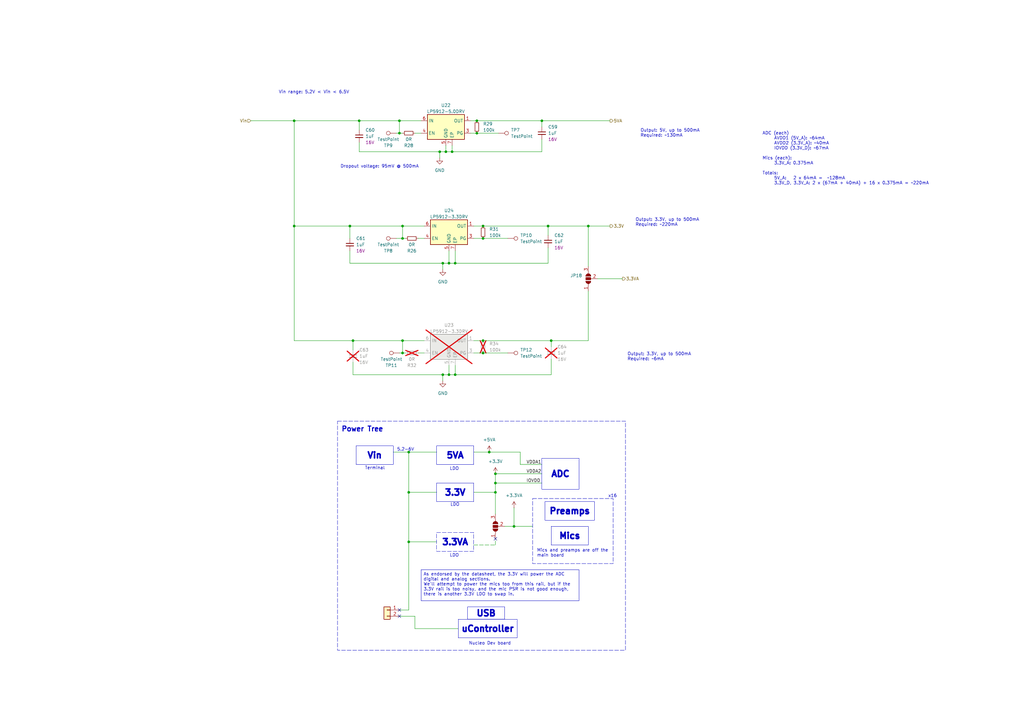
<source format=kicad_sch>
(kicad_sch (version 20231120) (generator "eeschema") (generator_version "8.0")
  (paper "A3")
  (title_block (title "Sound Compass POC") (date "2024-03-23") (rev "A") (company "Josh Berry") (comment 1 "JBRRY"))
  (lib_symbols
    (symbol "Connector:TestPoint" (pin_numbers hide) (pin_names (offset 0.762) hide)
      (property "Reference" "TP" (at 0 6.858 0))
      (property "Value" "TestPoint" (at 0 5.08 0))
      (symbol "TestPoint_0_1"
        (circle (center 0 3.302) (radius 0.762))
      )
      (symbol "TestPoint_1_1"
        (pin passive line (at 0 0 90) (length 2.54) (name "1") (number "1"))
      )
    )
    (symbol "Connector_Generic:Conn_01x02" (pin_names (offset 1.016) hide)
      (property "Reference" "J" (at 0 2.54 0))
      (property "Value" "Conn_01x02" (at 0 -5.08 0))
      (symbol "Conn_01x02_1_1"
        (rectangle (start -1.27 -2.413) (end 0 -2.667) (stroke (width 0.1524)))
        (rectangle (start -1.27 0.127) (end 0 -0.127) (stroke (width 0.1524)))
        (rectangle (start -1.27 1.27) (end 1.27 -3.81) (stroke (width 0.254)) (fill (type background)))
        (pin passive line (at -5.08 0 0) (length 3.81) (name "Pin_1") (number "1"))
        (pin passive line (at -5.08 -2.54 0) (length 3.81) (name "Pin_2") (number "2"))
      )
    )
    (symbol "Device:C_Small" (pin_numbers hide) (pin_names (offset 0.254) hide)
      (property "Reference" "C" (at 0.254 1.778 0))
      (property "Value" "C_Small" (at 0.254 -2.032 0))
      (symbol "C_Small_0_1"
        (polyline (pts (xy -1.524 -0.508) (xy 1.524 -0.508)) (stroke (width 0.3302)))
        (polyline (pts (xy -1.524 0.508) (xy 1.524 0.508)) (stroke (width 0.3048)))
      )
      (symbol "C_Small_1_1"
        (pin passive line (at 0 2.54 270) (length 2.032) (name "~") (number "1"))
        (pin passive line (at 0 -2.54 90) (length 2.032) (name "~") (number "2"))
      )
    )
    (symbol "Device:R_Small" (pin_numbers hide) (pin_names (offset 0.254) hide)
      (property "Reference" "R" (at 0.762 0.508 0))
      (property "Value" "R_Small" (at 0.762 -1.016 0))
      (symbol "R_Small_0_1"
        (rectangle (start -0.762 1.778) (end 0.762 -1.778) (stroke (width 0.2032)))
      )
      (symbol "R_Small_1_1"
        (pin passive line (at 0 2.54 270) (length 0.762) (name "~") (number "1"))
        (pin passive line (at 0 -2.54 90) (length 0.762) (name "~") (number "2"))
      )
    )
    (symbol "Jumper:SolderJumper_3_Open" (pin_names (offset 0) hide)
      (property "Reference" "JP" (at -2.54 -2.54 0))
      (property "Value" "SolderJumper_3_Open" (at 0 2.794 0))
      (symbol "SolderJumper_3_Open_0_1"
        (arc (start -1.016 1.016) (mid -2.0276 0) (end -1.016 -1.016))
        (arc (start -1.016 1.016) (mid -2.0276 0) (end -1.016 -1.016) (fill (type outline)))
        (rectangle (start -0.508 1.016) (end 0.508 -1.016) (fill (type outline)))
        (polyline (pts (xy -2.54 0) (xy -2.032 0)))
        (polyline (pts (xy -1.016 1.016) (xy -1.016 -1.016)))
        (polyline (pts (xy 0 -1.27) (xy 0 -1.016)))
        (polyline (pts (xy 1.016 1.016) (xy 1.016 -1.016)))
        (polyline (pts (xy 2.54 0) (xy 2.032 0)))
        (arc (start 1.016 -1.016) (mid 2.0276 0) (end 1.016 1.016))
        (arc (start 1.016 -1.016) (mid 2.0276 0) (end 1.016 1.016) (fill (type outline)))
      )
      (symbol "SolderJumper_3_Open_1_1"
        (pin passive line (at -5.08 0 0) (length 2.54) (name "A") (number "1"))
        (pin passive line (at 0 -3.81 90) (length 2.54) (name "C") (number "2"))
        (pin passive line (at 5.08 0 180) (length 2.54) (name "B") (number "3"))
      )
    )
    (symbol "Regulator_Linear:LP5912-3.3DRV"
      (property "Reference" "U" (at -3.81 6.35 0))
      (property "Value" "LP5912-3.3DRV" (at 6.35 6.35 0))
      (symbol "LP5912-3.3DRV_0_1"
        (rectangle (start -7.62 -5.08) (end 7.62 5.08) (stroke (width 0.254)) (fill (type background)))
        (pin power_out line (at 10.16 2.54 180) (length 2.54) (name "OUT") (number "1"))
        (pin no_connect line (at 7.62 0 180) (length 2.54) hide (name "NC") (number "2"))
        (pin input line (at -10.16 -2.54 0) (length 2.54) (name "EN") (number "4"))
        (pin power_in line (at 0 -7.62 90) (length 2.54) (name "GND") (number "5"))
        (pin power_in line (at -10.16 2.54 0) (length 2.54) (name "IN") (number "6"))
      )
      (symbol "LP5912-3.3DRV_1_1"
        (pin open_collector line (at 10.16 -2.54 180) (length 2.54) (name "PG") (number "3"))
        (pin passive line (at 2.54 -7.62 90) (length 2.54) (name "EP") (number "7"))
      )
    )
    (symbol "Regulator_Linear:LP5912-5.0DRV"
      (property "Reference" "U" (at -3.81 6.35 0))
      (property "Value" "LP5912-5.0DRV" (at 6.35 6.35 0))
      (symbol "LP5912-5.0DRV_0_1"
        (rectangle (start -7.62 -5.08) (end 7.62 5.08) (stroke (width 0.254)) (fill (type background)))
        (pin power_out line (at 10.16 2.54 180) (length 2.54) (name "OUT") (number "1"))
        (pin no_connect line (at 7.62 0 180) (length 2.54) hide (name "NC") (number "2"))
        (pin input line (at -10.16 -2.54 0) (length 2.54) (name "EN") (number "4"))
        (pin power_in line (at 0 -7.62 90) (length 2.54) (name "GND") (number "5"))
        (pin power_in line (at -10.16 2.54 0) (length 2.54) (name "IN") (number "6"))
      )
      (symbol "LP5912-5.0DRV_1_1"
        (pin open_collector line (at 10.16 -2.54 180) (length 2.54) (name "PG") (number "3"))
        (pin passive line (at 2.54 -7.62 90) (length 2.54) (name "EP") (number "7"))
      )
    )
    (symbol "power:+3.3V" (power) (pin_numbers hide) (pin_names (offset 0) hide)
      (property "Value" "+3.3V" (at 0 3.556 0))
      (symbol "+3.3V_0_1"
        (polyline (pts (xy -0.762 1.27) (xy 0 2.54)))
        (polyline (pts (xy 0 0) (xy 0 2.54)))
        (polyline (pts (xy 0 2.54) (xy 0.762 1.27)))
      )
      (symbol "+3.3V_1_1"
        (pin power_in line (at 0 0 90) (length 0) (name "~") (number "1"))
      )
    )
    (symbol "power:+3.3VA" (power) (pin_numbers hide) (pin_names (offset 0) hide)
      (property "Value" "+3.3VA" (at 0 3.556 0))
      (symbol "+3.3VA_0_1"
        (polyline (pts (xy -0.762 1.27) (xy 0 2.54)))
        (polyline (pts (xy 0 0) (xy 0 2.54)))
        (polyline (pts (xy 0 2.54) (xy 0.762 1.27)))
      )
      (symbol "+3.3VA_1_1"
        (pin power_in line (at 0 0 90) (length 0) (name "~") (number "1"))
      )
    )
    (symbol "power:+5VA" (power) (pin_numbers hide) (pin_names (offset 0) hide)
      (property "Value" "+5VA" (at 0 3.556 0))
      (symbol "+5VA_0_1"
        (polyline (pts (xy -0.762 1.27) (xy 0 2.54)))
        (polyline (pts (xy 0 0) (xy 0 2.54)))
        (polyline (pts (xy 0 2.54) (xy 0.762 1.27)))
      )
      (symbol "+5VA_1_1"
        (pin power_in line (at 0 0 90) (length 0) (name "~") (number "1"))
      )
    )
    (symbol "power:GND" (power) (pin_numbers hide) (pin_names (offset 0) hide)
      (property "Value" "GND" (at 0 -3.81 0))
      (symbol "GND_0_1"
        (polyline (pts (xy 0 0) (xy 0 -1.27) (xy 1.27 -1.27) (xy 0 -2.54) (xy -1.27 -1.27) (xy 0 -1.27)))
      )
      (symbol "GND_1_1"
        (pin power_in line (at 0 0 270) (length 0) (name "~") (number "1"))
      )
    )
  )
  (junction (at 147.32 49.53))
  (junction (at 241.3 92.71))
  (junction (at 167.64 222.25))
  (junction (at 186.69 107.95))
  (junction (at 163.83 49.53))
  (junction (at 165.1 97.79))
  (junction (at 120.65 49.53))
  (junction (at 184.15 153.67))
  (junction (at 198.12 92.71))
  (junction (at 167.64 201.93))
  (junction (at 203.2 198.12))
  (junction (at 198.12 144.78))
  (junction (at 203.2 201.93))
  (junction (at 181.61 153.67))
  (junction (at 144.78 139.7))
  (junction (at 185.42 62.23))
  (junction (at 222.25 49.53))
  (junction (at 143.51 92.71))
  (junction (at 198.12 139.7))
  (junction (at 198.12 97.79))
  (junction (at 195.58 49.53))
  (junction (at 210.82 215.9))
  (junction (at 165.1 139.7))
  (junction (at 180.34 62.23))
  (junction (at 120.65 92.71))
  (junction (at 186.69 153.67))
  (junction (at 167.64 185.42))
  (junction (at 182.88 62.23))
  (junction (at 184.15 107.95))
  (junction (at 203.2 194.31))
  (junction (at 195.58 54.61))
  (junction (at 226.06 139.7))
  (junction (at 181.61 107.95))
  (junction (at 163.83 54.61))
  (junction (at 165.1 144.78))
  (junction (at 224.79 92.71))
  (junction (at 200.66 185.42))
  (junction (at 165.1 92.71))
  (no_connect (at 163.83 250.19))
  (no_connect (at 163.83 252.73))
  (no_connect (at 203.2 220.98))
  (wire (pts (xy 198.12 92.71) (xy 224.79 92.71)))
  (wire (pts (xy 184.15 153.67) (xy 186.69 153.67)))
  (wire (pts (xy 167.64 201.93) (xy 179.07 201.93)))
  (wire (pts (xy 185.42 59.69) (xy 185.42 62.23)))
  (wire (pts (xy 184.15 102.87) (xy 184.15 107.95)))
  (wire (pts (xy 194.31 185.42) (xy 200.66 185.42)))
  (wire (pts (xy 162.56 54.61) (xy 163.83 54.61)))
  (wire (pts (xy 147.32 53.34) (xy 147.32 49.53)))
  (wire (pts (xy 144.78 139.7) (xy 120.65 139.7)))
  (wire (pts (xy 120.65 92.71) (xy 120.65 49.53)))
  (wire (pts (xy 166.37 97.79) (xy 165.1 97.79)))
  (wire (pts (xy 222.25 57.15) (xy 222.25 62.23)))
  (wire (pts (xy 226.06 147.32) (xy 226.06 153.67)))
  (wire (pts (xy 194.31 223.52) (xy 203.2 223.52)) (stroke (width 0) (type dash)))
  (wire (pts (xy 186.69 102.87) (xy 186.69 107.95)))
  (wire (pts (xy 203.2 198.12) (xy 222.25 198.12)))
  (wire (pts (xy 147.32 62.23) (xy 180.34 62.23)))
  (wire (pts (xy 120.65 49.53) (xy 147.32 49.53)))
  (wire (pts (xy 182.88 59.69) (xy 182.88 62.23)))
  (wire (pts (xy 224.79 107.95) (xy 186.69 107.95)))
  (wire (pts (xy 167.64 222.25) (xy 167.64 250.19)))
  (wire (pts (xy 181.61 107.95) (xy 181.61 110.49)))
  (wire (pts (xy 181.61 107.95) (xy 184.15 107.95)))
  (wire (pts (xy 186.69 149.86) (xy 186.69 153.67)))
  (wire (pts (xy 195.58 49.53) (xy 222.25 49.53)))
  (wire (pts (xy 198.12 139.7) (xy 226.06 139.7)))
  (wire (pts (xy 170.18 257.81) (xy 187.96 257.81)))
  (wire (pts (xy 181.61 153.67) (xy 181.61 156.21)))
  (wire (pts (xy 193.04 49.53) (xy 195.58 49.53)))
  (wire (pts (xy 226.06 139.7) (xy 226.06 142.24)))
  (wire (pts (xy 180.34 62.23) (xy 180.34 64.77)))
  (wire (pts (xy 224.79 92.71) (xy 224.79 96.52)))
  (wire (pts (xy 147.32 49.53) (xy 163.83 49.53)))
  (wire (pts (xy 144.78 139.7) (xy 144.78 143.51)))
  (wire (pts (xy 241.3 139.7) (xy 241.3 119.38)))
  (wire (pts (xy 203.2 201.93) (xy 203.2 198.12)))
  (wire (pts (xy 203.2 198.12) (xy 203.2 194.31)))
  (wire (pts (xy 222.25 49.53) (xy 250.19 49.53)))
  (wire (pts (xy 250.19 92.71) (xy 241.3 92.71)))
  (wire (pts (xy 143.51 102.87) (xy 143.51 107.95)))
  (wire (pts (xy 193.04 54.61) (xy 195.58 54.61)))
  (wire (pts (xy 194.31 144.78) (xy 198.12 144.78)))
  (wire (pts (xy 120.65 139.7) (xy 120.65 92.71)))
  (wire (pts (xy 171.45 97.79) (xy 173.99 97.79)))
  (wire (pts (xy 163.83 252.73) (xy 170.18 252.73)))
  (wire (pts (xy 170.18 252.73) (xy 170.18 257.81)))
  (wire (pts (xy 167.64 250.19) (xy 163.83 250.19)))
  (wire (pts (xy 165.1 54.61) (xy 163.83 54.61)))
  (wire (pts (xy 143.51 107.95) (xy 181.61 107.95)))
  (wire (pts (xy 241.3 92.71) (xy 241.3 109.22)))
  (wire (pts (xy 226.06 139.7) (xy 241.3 139.7)))
  (wire (pts (xy 163.83 144.78) (xy 165.1 144.78)))
  (wire (pts (xy 102.87 49.53) (xy 120.65 49.53)))
  (wire (pts (xy 226.06 153.67) (xy 186.69 153.67)))
  (wire (pts (xy 194.31 97.79) (xy 198.12 97.79)))
  (wire (pts (xy 165.1 92.71) (xy 165.1 97.79)))
  (wire (pts (xy 224.79 101.6) (xy 224.79 107.95)))
  (wire (pts (xy 143.51 92.71) (xy 120.65 92.71)))
  (wire (pts (xy 222.25 49.53) (xy 222.25 52.07)))
  (wire (pts (xy 162.56 97.79) (xy 165.1 97.79)))
  (wire (pts (xy 203.2 223.52) (xy 203.2 220.98)) (stroke (width 0) (type dash)))
  (wire (pts (xy 165.1 92.71) (xy 173.99 92.71)))
  (wire (pts (xy 213.36 190.5) (xy 222.25 190.5)))
  (wire (pts (xy 185.42 62.23) (xy 222.25 62.23)))
  (wire (pts (xy 166.37 144.78) (xy 165.1 144.78)))
  (wire (pts (xy 203.2 210.82) (xy 203.2 201.93)))
  (wire (pts (xy 167.64 185.42) (xy 167.64 201.93)))
  (wire (pts (xy 203.2 194.31) (xy 222.25 194.31)))
  (wire (pts (xy 204.47 54.61) (xy 195.58 54.61)))
  (wire (pts (xy 210.82 208.28) (xy 210.82 215.9)))
  (wire (pts (xy 163.83 49.53) (xy 172.72 49.53)))
  (wire (pts (xy 210.82 215.9) (xy 218.44 215.9)))
  (wire (pts (xy 180.34 62.23) (xy 182.88 62.23)))
  (wire (pts (xy 165.1 139.7) (xy 173.99 139.7)))
  (wire (pts (xy 170.18 54.61) (xy 172.72 54.61)))
  (wire (pts (xy 224.79 92.71) (xy 241.3 92.71)))
  (wire (pts (xy 200.66 185.42) (xy 213.36 185.42)))
  (wire (pts (xy 213.36 185.42) (xy 213.36 190.5)))
  (wire (pts (xy 194.31 201.93) (xy 203.2 201.93)))
  (wire (pts (xy 182.88 62.23) (xy 185.42 62.23)))
  (wire (pts (xy 167.64 185.42) (xy 179.07 185.42)))
  (wire (pts (xy 171.45 144.78) (xy 173.99 144.78)))
  (wire (pts (xy 143.51 92.71) (xy 143.51 97.79)))
  (wire (pts (xy 210.82 215.9) (xy 207.01 215.9)))
  (wire (pts (xy 144.78 139.7) (xy 165.1 139.7)))
  (wire (pts (xy 165.1 144.78) (xy 165.1 139.7)))
  (wire (pts (xy 167.64 201.93) (xy 167.64 222.25)))
  (wire (pts (xy 143.51 92.71) (xy 165.1 92.71)))
  (wire (pts (xy 198.12 97.79) (xy 208.28 97.79)))
  (wire (pts (xy 194.31 92.71) (xy 198.12 92.71)))
  (wire (pts (xy 245.11 114.3) (xy 255.27 114.3)))
  (wire (pts (xy 144.78 153.67) (xy 181.61 153.67)))
  (wire (pts (xy 198.12 144.78) (xy 208.28 144.78)))
  (wire (pts (xy 184.15 107.95) (xy 186.69 107.95)))
  (wire (pts (xy 184.15 149.86) (xy 184.15 153.67)))
  (wire (pts (xy 144.78 148.59) (xy 144.78 153.67)))
  (wire (pts (xy 147.32 58.42) (xy 147.32 62.23)))
  (wire (pts (xy 194.31 139.7) (xy 198.12 139.7)))
  (wire (pts (xy 167.64 222.25) (xy 179.07 222.25)))
  (wire (pts (xy 161.29 185.42) (xy 167.64 185.42)))
  (wire (pts (xy 181.61 153.67) (xy 184.15 153.67)))
  (wire (pts (xy 163.83 54.61) (xy 163.83 49.53)))
  (rectangle (start 138.43 172.72) (end 256.54 266.7) (stroke (width 0) (type dash)))
  (rectangle (start 218.44 204.47) (end 251.46 231.14) (stroke (width 0) (type dash)))
  (text_box "3.3VA" (at 179.07 218.44 0) (size 15.24 7.62) (stroke (width 0) (type dash)) (fill (type color) (color 255 255 255 1)) (effects (font (size 2.54 2.54) (thickness 1.016) (bold yes))))
  (text_box "5VA" (at 179.07 182.88 0) (size 15.24 7.62) (fill (type color) (color 255 255 255 1)) (effects (font (size 2.54 2.54) (thickness 1.016) (bold yes))))
  (text_box "As endorsed by the datasheet, the 3.3V will power the ADC digital and analog sections.  \nWe'll attempt to power the mics too from this rail, but if the 3.3V rail is too noisy, and the mic PSR is not good enough, \nthere is another 3.3V LDO to swap in. " (at 172.72 233.68 0) (size 64.77 12.7) (effects (font (size 1.27 1.27)) (justify left top)))
  (text_box "3.3V" (at 179.07 198.12 0) (size 15.24 7.62) (fill (type color) (color 255 255 255 1)) (effects (font (size 2.54 2.54) (thickness 1.016) (bold yes))))
  (text_box "Mics" (at 226.06 215.9 0) (size 15.24 7.62) (fill (type color) (color 255 255 255 1)) (effects (font (size 2.54 2.54) (thickness 1.016) (bold yes))))
  (text_box "Vin" (at 146.05 182.88 0) (size 15.24 7.62) (fill (type color) (color 255 255 255 1)) (effects (font (size 2.54 2.54) (thickness 1.016) (bold yes))))
  (text_box "Preamps" (at 223.52 205.74 0) (size 20.32 7.62) (fill (type color) (color 255 255 255 1)) (effects (font (size 2.54 2.54) (thickness 1.016) (bold yes))))
  (text_box "ADC" (at 222.25 187.96 0) (size 15.24 12.7) (fill (type color) (color 255 255 255 1)) (effects (font (size 2.54 2.54) (thickness 1.016) (bold yes))))
  (text_box "USB" (at 191.77 248.92 0) (size 15.24 5.08) (fill (type color) (color 255 255 255 1)) (effects (font (size 2.54 2.54) (thickness 1.016) (bold yes))))
  (text_box "uController" (at 187.96 254 0) (size 24.13 7.62) (fill (type color) (color 255 255 255 1)) (effects (font (size 2.54 2.54) (thickness 1.016) (bold yes))))
  (text "5.2-6V" (at 162.814 185.166 0) (effects (font (size 1.27 1.27)) (justify left bottom)))
  (text "ADC (each)\n	AVDD1 (5V_A): ~64mA\n	AVDD2 (3.3V_A): ~40mA\n	IOVDD (3.3V_D): ~67mA\n\nMics (each):\n	3.3V_A: 0.375mA \n\nTotals:\n	5V_A:   2 x 64mA =  ~128mA\n	3.3V_D, 3.3V_A: 2 x (67mA + 40mA) + 16 x 0.375mA = ~220mA\n	" (at 312.674 77.978 0) (effects (font (size 1.27 1.27)) (justify left bottom)))
  (text "Power Tree" (at 139.954 177.292 0) (effects (font (size 2.032 2.032) (bold yes)) (justify left bottom)))
  (text "Mics and preamps are off the \nmain board" (at 220.218 228.6 0) (effects (font (size 1.27 1.27)) (justify left bottom)))
  (text "Terminal" (at 149.606 192.786 0) (effects (font (size 1.27 1.27)) (justify left bottom)))
  (text "LDO" (at 184.404 193.04 0) (effects (font (size 1.27 1.27)) (justify left bottom)))
  (text "LDO" (at 184.658 207.772 0) (effects (font (size 1.27 1.27)) (justify left bottom)))
  (text "x16" (at 249.428 204.216 0) (effects (font (size 1.27 1.27)) (justify left bottom)))
  (text "Nucleo Dev board" (at 192.278 264.668 0) (effects (font (size 1.27 1.27)) (justify left bottom)))
  (text "Dropout voltage: 95mV @ 500mA" (at 155.702 68.326 0) (effects (font (size 1.27 1.27))))
  (text "Output: 5V, up to 500mA \nRequired: ~130mA" (at 262.636 54.61 0) (effects (font (size 1.27 1.27)) (justify left)))
  (text "Output: 3.3V, up to 500mA \nRequired: ~220mA" (at 260.604 91.186 0) (effects (font (size 1.27 1.27)) (justify left)))
  (text "LDO" (at 184.404 228.6 0) (effects (font (size 1.27 1.27)) (justify left bottom)))
  (text "Vin range: 5.2V < Vin < 6.5V" (at 128.778 37.846 0) (effects (font (size 1.27 1.27))))
  (text "Output: 3.3V, up to 500mA \nRequired: ~6mA" (at 257.302 146.304 0) (effects (font (size 1.27 1.27)) (justify left)))
  (label "IOVDD" (at 215.9 198.12 0))
  (label "VDDA2" (at 215.9 194.31 0))
  (label "VDDA1" (at 215.9 190.5 0))
  (hierarchical_label "3.3VA" (shape output) (at 255.27 114.3 0))
  (hierarchical_label "Vin" (shape input) (at 102.87 49.53 180))
  (hierarchical_label "5VA" (shape output) (at 250.19 49.53 0))
  (hierarchical_label "3.3V" (shape output) (at 250.19 92.71 0))
  (symbol (lib_id "Device:R_Small") (at 198.12 95.25 180) (unit 1)
    (property "Reference" "R31" (at 200.66 93.9799 0) (effects (justify right)))
    (property "Value" "100k" (at 200.66 96.5199 0) (effects (justify right)))
    (property "Footprint" "Resistor_SMD:R_0603_1608Metric" (effects (hide yes)))
    (property "Description" "Resistor, small symbol" (effects (hide yes)))
  )
  (symbol (lib_id "Connector:TestPoint") (at 204.47 54.61 270) (unit 1)
    (property "Reference" "TP7" (at 209.55 53.3399 90) (effects (justify left)))
    (property "Value" "TestPoint" (at 209.55 55.8799 90) (effects (justify left)))
    (property "Footprint" "TestPoint:TestPoint_Pad_D1.0mm" (effects (hide yes)))
    (property "Description" "test point" (effects (hide yes)))
  )
  (symbol (lib_id "Regulator_Linear:LP5912-3.3DRV") (at 184.15 95.25 0) (unit 1)
    (property "Reference" "U24" (at 184.15 86.36 0))
    (property "Value" "LP5912-3.3DRV" (at 184.15 88.9 0))
    (property "Footprint" "Package_SON:WSON-6-1EP_2x2mm_P0.65mm_EP1x1.6mm_ThermalVias" (effects (hide yes)))
    (property "Datasheet" "http://www.ti.com/lit/ds/symlink/lp5912.pdf" (effects (hide yes)))
  )
  (symbol (lib_id "Device:R_Small") (at 168.91 144.78 90) (mirror x) (unit 1) (dnp yes)
    (property "Reference" "R32" (at 168.91 149.86 90))
    (property "Value" "0R" (at 168.91 147.32 90))
    (property "Footprint" "Resistor_SMD:R_0603_1608Metric" (effects (hide yes)))
    (property "Description" "Resistor, small symbol" (effects (hide yes)))
  )
  (symbol (lib_id "power:GND") (at 180.34 64.77 0) (unit 1)
    (property "Reference" "#PWR071" (effects (hide yes)))
    (property "Value" "GND" (at 180.34 69.85 0))
    (property "Description" "Power symbol creates a global label with name \"GND\" , ground" (effects (hide yes)))
  )
  (symbol (lib_id "Connector:TestPoint") (at 208.28 97.79 270) (unit 1)
    (property "Reference" "TP10" (at 213.36 96.5199 90) (effects (justify left)))
    (property "Value" "TestPoint" (at 213.36 99.0599 90) (effects (justify left)))
    (property "Footprint" "TestPoint:TestPoint_Pad_D1.0mm" (effects (hide yes)))
    (property "Description" "test point" (effects (hide yes)))
  )
  (symbol (lib_id "Device:C_Small") (at 226.06 144.78 0) (unit 1) (dnp yes)
    (property "Reference" "C64" (at 228.6 142.2462 0) (effects (justify left)))
    (property "Value" "1uF" (at 228.6 144.7862 0) (effects (justify left)))
    (property "Footprint" "Capacitor_SMD:C_0603_1608Metric" (effects (hide yes)))
    (property "Description" "Unpolarized capacitor, small symbol" (effects (hide yes)))
    (property "Voltage" "16V" (at 228.6 147.3262 0) (effects (justify left)))
  )
  (symbol (lib_id "Device:C_Small") (at 222.25 54.61 0) (unit 1)
    (property "Reference" "C59" (at 224.79 52.0762 0) (effects (justify left)))
    (property "Value" "1uF" (at 224.79 54.6162 0) (effects (justify left)))
    (property "Footprint" "Capacitor_SMD:C_0603_1608Metric" (effects (hide yes)))
    (property "Description" "Unpolarized capacitor, small symbol" (effects (hide yes)))
    (property "Voltage" "16V" (at 224.79 57.1562 0) (effects (justify left)))
  )
  (symbol (lib_id "power:+3.3VA") (at 210.82 208.28 0) (unit 1)
    (property "Reference" "#PWR0158" (effects (hide yes)))
    (property "Value" "+3.3VA" (at 210.82 203.2 0))
    (property "Description" "Power symbol creates a global label with name \"+3.3VA\"" (effects (hide yes)))
  )
  (symbol (lib_id "Device:R_Small") (at 168.91 97.79 90) (mirror x) (unit 1)
    (property "Reference" "R26" (at 168.91 102.87 90))
    (property "Value" "0R" (at 168.91 100.33 90))
    (property "Footprint" "Resistor_SMD:R_0603_1608Metric" (effects (hide yes)))
    (property "Description" "Resistor, small symbol" (effects (hide yes)))
  )
  (symbol (lib_id "Device:C_Small") (at 144.78 146.05 0) (unit 1) (dnp yes)
    (property "Reference" "C63" (at 147.32 143.5162 0) (effects (justify left)))
    (property "Value" "1uF" (at 147.32 146.0562 0) (effects (justify left)))
    (property "Footprint" "Capacitor_SMD:C_0603_1608Metric" (effects (hide yes)))
    (property "Description" "Unpolarized capacitor, small symbol" (effects (hide yes)))
    (property "Voltage" "16V" (at 147.32 148.5962 0) (effects (justify left)))
  )
  (symbol (lib_id "Jumper:SolderJumper_3_Open") (at 203.2 215.9 90) (unit 1) (in_bom no) (on_board no)
    (property "Reference" "JP19" (effects (hide yes)))
    (property "Value" "SolderJumper_3_Open" (effects (hide yes)))
    (property "Description" "Solder Jumper, 3-pole, open" (effects (hide yes)))
  )
  (symbol (lib_id "power:+3.3V") (at 203.2 194.31 0) (unit 1)
    (property "Reference" "#PWR0157" (effects (hide yes)))
    (property "Value" "+3.3V" (at 203.2 189.23 0))
    (property "Description" "Power symbol creates a global label with name \"+3.3V\"" (effects (hide yes)))
  )
  (symbol (lib_id "Device:C_Small") (at 143.51 100.33 0) (unit 1)
    (property "Reference" "C61" (at 146.05 97.7962 0) (effects (justify left)))
    (property "Value" "1uF" (at 146.05 100.3362 0) (effects (justify left)))
    (property "Footprint" "Capacitor_SMD:C_0603_1608Metric" (effects (hide yes)))
    (property "Description" "Unpolarized capacitor, small symbol" (effects (hide yes)))
    (property "Voltage" "16V" (at 146.05 102.8762 0) (effects (justify left)))
  )
  (symbol (lib_id "Connector:TestPoint") (at 162.56 97.79 90) (mirror x) (unit 1)
    (property "Reference" "TP8" (at 159.258 102.87 90))
    (property "Value" "TestPoint" (at 159.258 100.33 90))
    (property "Footprint" "TestPoint:TestPoint_Pad_D1.0mm" (effects (hide yes)))
    (property "Description" "test point" (effects (hide yes)))
  )
  (symbol (lib_id "Connector:TestPoint") (at 163.83 144.78 90) (mirror x) (unit 1)
    (property "Reference" "TP11" (at 160.528 149.86 90))
    (property "Value" "TestPoint" (at 160.528 147.32 90))
    (property "Footprint" "TestPoint:TestPoint_Pad_D1.0mm" (effects (hide yes)))
    (property "Description" "test point" (effects (hide yes)))
  )
  (symbol (lib_id "Device:R_Small") (at 198.12 142.24 180) (unit 1) (dnp yes)
    (property "Reference" "R34" (at 200.66 140.9699 0) (effects (justify right)))
    (property "Value" "100k" (at 200.66 143.5099 0) (effects (justify right)))
    (property "Footprint" "Resistor_SMD:R_0603_1608Metric" (effects (hide yes)))
    (property "Description" "Resistor, small symbol" (effects (hide yes)))
  )
  (symbol (lib_id "Connector:TestPoint") (at 162.56 54.61 90) (mirror x) (unit 1)
    (property "Reference" "TP9" (at 159.258 59.69 90))
    (property "Value" "TestPoint" (at 159.258 57.15 90))
    (property "Footprint" "TestPoint:TestPoint_Pad_D1.0mm" (effects (hide yes)))
    (property "Description" "test point" (effects (hide yes)))
  )
  (symbol (lib_id "Device:C_Small") (at 224.79 99.06 0) (unit 1)
    (property "Reference" "C62" (at 227.33 96.5262 0) (effects (justify left)))
    (property "Value" "1uF" (at 227.33 99.0662 0) (effects (justify left)))
    (property "Footprint" "Capacitor_SMD:C_0603_1608Metric" (effects (hide yes)))
    (property "Description" "Unpolarized capacitor, small symbol" (effects (hide yes)))
    (property "Voltage" "16V" (at 227.33 101.6062 0) (effects (justify left)))
  )
  (symbol (lib_id "Device:R_Small") (at 167.64 54.61 90) (mirror x) (unit 1)
    (property "Reference" "R28" (at 167.64 59.69 90))
    (property "Value" "0R" (at 167.64 57.15 90))
    (property "Footprint" "Resistor_SMD:R_0603_1608Metric" (effects (hide yes)))
    (property "Description" "Resistor, small symbol" (effects (hide yes)))
  )
  (symbol (lib_id "power:+5VA") (at 200.66 185.42 0) (unit 1)
    (property "Reference" "#PWR0156" (effects (hide yes)))
    (property "Value" "+5VA" (at 200.66 180.34 0))
    (property "Description" "Power symbol creates a global label with name \"+5VA\"" (effects (hide yes)))
  )
  (symbol (lib_id "Device:C_Small") (at 147.32 55.88 0) (unit 1)
    (property "Reference" "C60" (at 149.86 53.3462 0) (effects (justify left)))
    (property "Value" "1uF" (at 149.86 55.8862 0) (effects (justify left)))
    (property "Footprint" "Capacitor_SMD:C_0603_1608Metric" (effects (hide yes)))
    (property "Description" "Unpolarized capacitor, small symbol" (effects (hide yes)))
    (property "Voltage" "16V" (at 149.86 58.4262 0) (effects (justify left)))
  )
  (symbol (lib_id "Regulator_Linear:LP5912-5.0DRV") (at 182.88 52.07 0) (unit 1)
    (property "Reference" "U22" (at 182.88 43.18 0))
    (property "Value" "LP5912-5.0DRV" (at 182.88 45.72 0))
    (property "Footprint" "Package_SON:WSON-6-1EP_2x2mm_P0.65mm_EP1x1.6mm_ThermalVias" (effects (hide yes)))
    (property "Datasheet" "http://www.ti.com/lit/ds/symlink/lp5912.pdf" (effects (hide yes)))
  )
  (symbol (lib_id "power:GND") (at 181.61 156.21 0) (unit 1)
    (property "Reference" "#PWR076" (effects (hide yes)))
    (property "Value" "GND" (at 181.61 161.29 0))
    (property "Description" "Power symbol creates a global label with name \"GND\" , ground" (effects (hide yes)))
  )
  (symbol (lib_id "Regulator_Linear:LP5912-3.3DRV") (at 184.15 142.24 0) (unit 1) (dnp yes)
    (property "Reference" "U23" (at 184.15 133.35 0))
    (property "Value" "LP5912-3.3DRV" (at 184.15 135.89 0))
    (property "Footprint" "Package_SON:WSON-6-1EP_2x2mm_P0.65mm_EP1x1.6mm_ThermalVias" (effects (hide yes)))
    (property "Datasheet" "http://www.ti.com/lit/ds/symlink/lp5912.pdf" (effects (hide yes)))
  )
  (symbol (lib_id "Connector_Generic:Conn_01x02") (at 158.75 250.19 0) (mirror y) (unit 1) (exclude_from_sim yes) (in_bom no) (on_board no)
    (property "Reference" "J2" (effects (hide yes)))
    (property "Value" "Conn_01x03" (effects (hide yes)))
    (property "Footprint" "Connector_PinHeader_2.54mm:PinHeader_1x02_P2.54mm_Vertical" (effects (hide yes)))
    (property "Description" "Generic connector, single row, 01x02, script generated (kicad-library-utils/schlib/autogen/connector/)" (effects (hide yes)))
  )
  (symbol (lib_id "Device:R_Small") (at 195.58 52.07 180) (unit 1)
    (property "Reference" "R29" (at 198.12 50.7999 0) (effects (justify right)))
    (property "Value" "100k" (at 198.12 53.3399 0) (effects (justify right)))
    (property "Footprint" "Resistor_SMD:R_0603_1608Metric" (effects (hide yes)))
    (property "Description" "Resistor, small symbol" (effects (hide yes)))
  )
  (symbol (lib_id "power:GND") (at 181.61 110.49 0) (unit 1)
    (property "Reference" "#PWR075" (effects (hide yes)))
    (property "Value" "GND" (at 181.61 115.57 0))
    (property "Description" "Power symbol creates a global label with name \"GND\" , ground" (effects (hide yes)))
  )
  (symbol (lib_id "Connector:TestPoint") (at 208.28 144.78 270) (unit 1)
    (property "Reference" "TP12" (at 213.36 143.5099 90) (effects (justify left)))
    (property "Value" "TestPoint" (at 213.36 146.0499 90) (effects (justify left)))
    (property "Footprint" "TestPoint:TestPoint_Pad_D1.0mm" (effects (hide yes)))
    (property "Description" "test point" (effects (hide yes)))
  )
  (symbol (lib_id "Jumper:SolderJumper_3_Open") (at 241.3 114.3 90) (unit 1)
    (property "Reference" "JP18" (at 238.76 113.0299 90) (effects (justify left)))
    (property "Value" "SolderJumper_3_Open" (effects (hide yes)))
    (property "Footprint" "Jumper:SolderJumper-3_P1.3mm_Open_RoundedPad1.0x1.5mm_NumberLabels" (effects (hide yes)))
    (property "Description" "Solder Jumper, 3-pole, open" (effects (hide yes)))
  )
)
</source>
